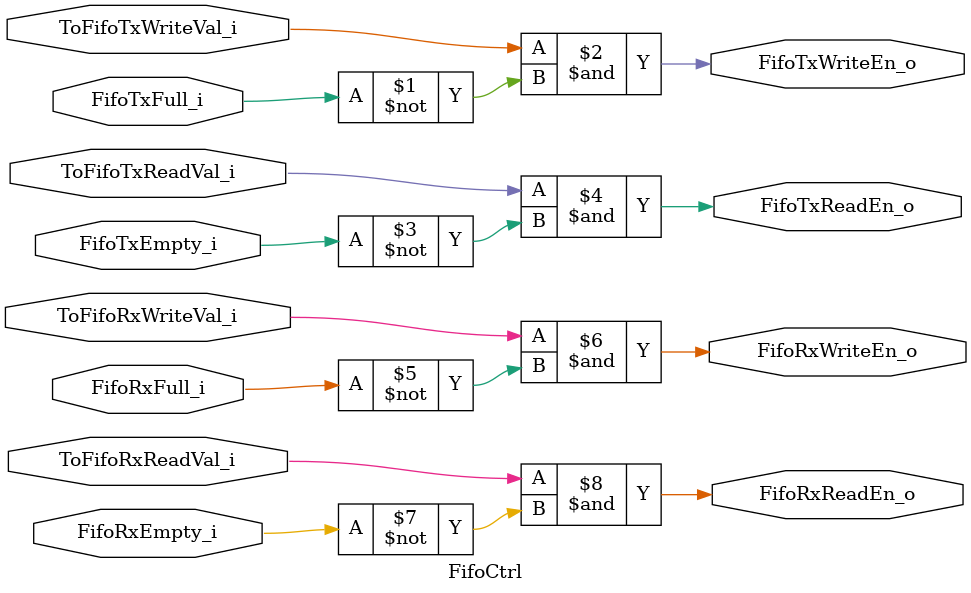
<source format=v>
module FifoCtrl (
    input ToFifoTxWriteVal_i,
    input ToFifoTxReadVal_i,
    input ToFifoRxWriteVal_i,
    input ToFifoRxReadVal_i,

    input FifoTxFull_i,
    input FifoTxEmpty_i,
    input FifoRxFull_i,
    input FifoRxEmpty_i,


    output FifoTxWriteEn_o,
    output FifoTxReadEn_o,
    output FifoRxWriteEn_o,
    output FifoRxReadEn_o

);



// //================================================================================
// //	ASSIGNMENTS

assign FifoTxWriteEn_o = ToFifoTxWriteVal_i & ~FifoTxFull_i;
assign FifoTxReadEn_o = ToFifoTxReadVal_i & ~FifoTxEmpty_i;
assign FifoRxWriteEn_o = ToFifoRxWriteVal_i & ~FifoRxFull_i;
assign FifoRxReadEn_o = ToFifoRxReadVal_i & ~FifoRxEmpty_i;



// //================================================================================


endmodule
</source>
